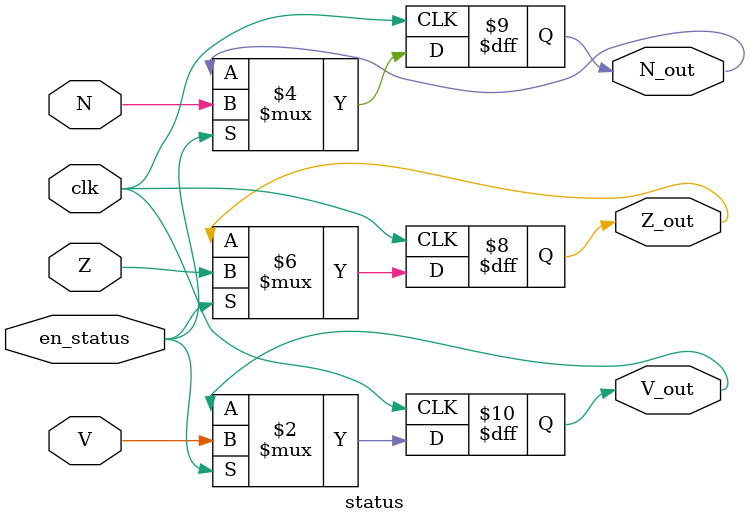
<source format=sv>
module datapath(input clk, input [15:0] mdata, input [7:0] pc, input [1:0] wb_sel,
                input [2:0] w_addr, input w_en, input [2:0] r_addr, input en_A,
                input en_B, input [1:0] shift_op, input sel_A, input sel_B,
                input [1:0] ALU_op, input en_C, input en_status,
		input [15:0] sximm8, input [15:0] sximm5,
                output [15:0] datapath_out, output Z_out, output N_out, output V_out);
  
    reg [15:0] w_data;
    reg [15:0] r_data;
    reg [15:0] val_A;
    reg [15:0] val_B;
    reg [15:0] B_out;
    reg [15:0] input_A;
    reg [15:0] input_B;
    reg [15:0] ALU_out;
    reg Z, N, V;
    //reg [15:0] mux_out;

    //writeback_mux mux_writeback(.mdata, .sximm8, .pc, .datapath_out, .mux_out(w_data), .wb_sel); 
    always_comb begin
        case(wb_sel)
        2'b00: w_data = datapath_out;
        2'b01: w_data = {8'd0, pc};
        2'b10: w_data = sximm8;
        2'b11: w_data = mdata;
        default: w_data = 16'bxxxxxxxxxxxxxxxx;
        endcase 
    end

    regfile register(.w_data, .w_addr, .w_en, .r_addr, .clk, .r_data);
    reg_en A(.clk, .in(r_data), .en(en_A), .out(input_A));
    reg_en B(.clk, .in(r_data), .en(en_B), .out(B_out));
    shifter shift(.shift_in(B_out), .shift_op, .shift_out(input_B));
    mux_A multiplexer_A(.sel_A, .A_in(input_A), .val_A);
    mux_B multiplexer_B(.sel_B, .B_in(input_B), .sximm5, .val_B);
    ALU alu(.val_A, .val_B, .ALU_op, .ALU_out, .Z, .N, .V);
    status status_reg(.clk, .Z, .N, .V, .en_status, .Z_out, .N_out, .V_out);
    reg_en C(.clk, .in(ALU_out), .en(en_C), .out(datapath_out));

endmodule: datapath

module writeback_mux(input [15:0] mdata, input [15:0] sximm8, input [7:0] pc, input [15:0] datapath_out, output reg [15:0] mux_out, input [1:0] wb_sel);  //datapath_out = C in figure
//can also use assign statment-- check later
always_comb begin
    case(wb_sel)
    2'b00: mux_out = datapath_out;
    2'b01: mux_out = {8'd0, pc};
    2'b10: mux_out = sximm8;
    2'b11: mux_out = mdata;
    default: mux_out = 16'bxxxxxxxxxxxxxxxx;
    endcase 
end
endmodule: writeback_mux 

module regfile(input [15:0] w_data, input [2:0] w_addr, input w_en, input [2:0] r_addr, input clk, output [15:0] r_data);
    reg [15:0] m[0:7];
    assign r_data = m[r_addr];
    always_ff @(posedge clk) if (w_en) m[w_addr] <= w_data;
endmodule: regfile

module reg_en(input clk, input [15:0] in, input en, output reg [15:0] out); 
    always_ff @(posedge clk) begin
        if (en) begin
            out <= in;
        end
    end
endmodule: reg_en

module shifter(input [15:0] shift_in, input [1:0] shift_op, output reg [15:0] shift_out);
    always_comb begin
        case (shift_op) 
            2'b00: shift_out = shift_in;
            2'b01: shift_out = shift_in << 1;
            2'b10: shift_out = shift_in >> 1;
            2'b11: begin
                shift_out = shift_in >> 1;
                shift_out[15] = shift_in[15];
            end
            default: shift_out = 16'bxxxxxxxxxxxxxxxx;
        endcase
    end
endmodule: shifter

module mux_A(input sel_A, input [15:0] A_in, output [15:0] val_A);   //A_in = A_out
    assign val_A = sel_A ? 16'd0 : A_in;
endmodule

module mux_B (input sel_B, input [15:0] B_in, input [15:0] sximm5, output [15:0] val_B); // B_in = shift_out
    assign val_B = sel_B ? sximm5 : B_in;
endmodule

module ALU(input [15:0] val_A, input [15:0] val_B, input [1:0] ALU_op, output [15:0] ALU_out, output Z, output N, output V); 

 reg [15:0] alu_out;
 assign ALU_out = alu_out;

  always_comb begin 
        case(ALU_op)
        2'b00: alu_out = val_A + val_B;
        2'b01: alu_out = val_A - val_B;
        2'b10: alu_out = val_A & val_B;
        2'b11: alu_out = ~val_B;
        default: alu_out = 16'bxxxxxxxxxxxxxxxx;
        endcase
  end
  
  assign Z = (ALU_out == 16'd0)? 1'b1: 1'b0;
  assign N = (ALU_out[15] == 1'b1)? 1'b1 : 1'b0; //or check for < 16'd0
  //overflow bit is 1 when both inputs are positive but output is "negative" or both inputs are negative and output is "positive"
  assign V = (~ALU_out[15] & val_A[15] & val_B[15]) | (ALU_out[15] & ~val_A[15] & ~val_B[15]);
endmodule: ALU

module status(input clk, input Z, input N, input V, input en_status, output reg Z_out, output reg N_out, output reg V_out);

    always_ff @(posedge clk) begin
        if (en_status) begin
            Z_out <= Z;
            N_out <= N;
            V_out <= V;
        end
    end
endmodule: status
</source>
